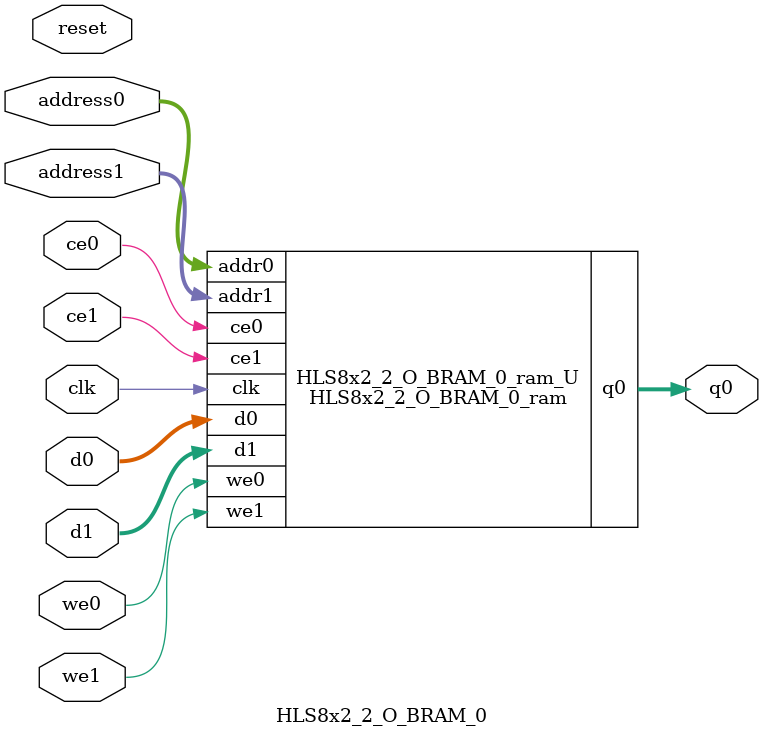
<source format=v>

`timescale 1 ns / 1 ps
module HLS8x2_2_O_BRAM_0_ram (addr0, ce0, d0, we0, q0, addr1, ce1, d1, we1,  clk);

parameter DWIDTH = 16;
parameter AWIDTH = 10;
parameter MEM_SIZE = 729;

input[AWIDTH-1:0] addr0;
input ce0;
input[DWIDTH-1:0] d0;
input we0;
output reg[DWIDTH-1:0] q0;
input[AWIDTH-1:0] addr1;
input ce1;
input[DWIDTH-1:0] d1;
input we1;
input clk;

(* ram_style = "block" *)reg [DWIDTH-1:0] ram[0:MEM_SIZE-1];




always @(posedge clk)  
begin 
    if (ce0) 
    begin
        if (we0) 
        begin 
            ram[addr0] <= d0; 
            q0 <= d0;
        end 
        else 
            q0 <= ram[addr0];
    end
end


always @(posedge clk)  
begin 
    if (ce1) 
    begin
        if (we1) 
        begin 
            ram[addr1] <= d1; 
        end 
    end
end


endmodule


`timescale 1 ns / 1 ps
module HLS8x2_2_O_BRAM_0(
    reset,
    clk,
    address0,
    ce0,
    we0,
    d0,
    q0,
    address1,
    ce1,
    we1,
    d1);

parameter DataWidth = 32'd16;
parameter AddressRange = 32'd729;
parameter AddressWidth = 32'd10;
input reset;
input clk;
input[AddressWidth - 1:0] address0;
input ce0;
input we0;
input[DataWidth - 1:0] d0;
output[DataWidth - 1:0] q0;
input[AddressWidth - 1:0] address1;
input ce1;
input we1;
input[DataWidth - 1:0] d1;



HLS8x2_2_O_BRAM_0_ram HLS8x2_2_O_BRAM_0_ram_U(
    .clk( clk ),
    .addr0( address0 ),
    .ce0( ce0 ),
    .d0( d0 ),
    .we0( we0 ),
    .q0( q0 ),
    .addr1( address1 ),
    .ce1( ce1 ),
    .d1( d1 ),
    .we1( we1 ));

endmodule


</source>
